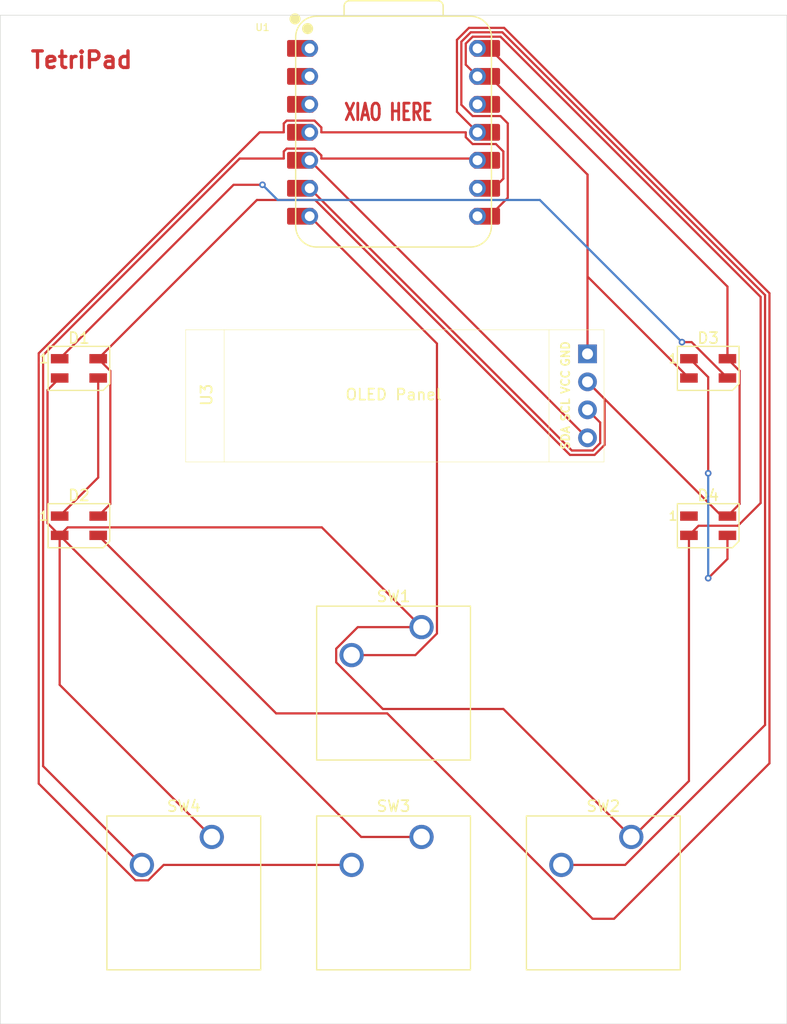
<source format=kicad_pcb>
(kicad_pcb (version 20241229) (generator "pcbnew") (generator_version "9.0")
  (layers (0 "F.Cu" signal) (2 "B.Cu" signal) (13 "F.Paste" user) (15 "B.Paste" user) (5 "F.SilkS" user "F.Silkscreen") (7 "B.SilkS" user "B.Silkscreen") (1 "F.Mask" user) (3 "B.Mask" user) (25 "Edge.Cuts" user))
  (net 0 "")
  (net 1 "Net-(D1-DIN)")
  (net 2 "Net-(D1-DOUT)")
  (net 3 "+5V")
  (net 4 "GND")
  (net 5 "Net-(D2-DIN)")
  (net 6 "Net-(D3-DOUT)")
  (net 8 "Net-(U1-GPIO0{slash}TX)")
  (net 9 "Net-(U1-GPIO1{slash}RX)")
  (net 10 "Net-(U1-GPIO2{slash}SCK)")
  (net 11 "Net-(U1-GPIO4{slash}MISO)")
  (net 12 "Net-(U1-GPIO6{slash}SDA)")
  (net 16 "Net-(U1-GPIO7{slash}SCL)")
  (footprint "LED_SMD:LED_SK6812MINI_PLCC4_3.5x3.5mm_P1.75mm" (layer "F.Cu") (at 92.86875 83.34375)
    (property "Reference" "D1" (at 0 -2.75 0) (layer "F.SilkS"))
    (property "Value" "SK6812MINI")
    (fp_line (start -2.8 -2) (end -2.8 2) (stroke (width 0.12)) (layer "F.SilkS"))
    (fp_line (start -2.8 -2) (end 2.8 -2) (stroke (width 0.12)) (layer "F.SilkS"))
    (fp_line (start -2.8 2) (end 2.2 2) (stroke (width 0.12)) (layer "F.SilkS"))
    (fp_line (start 2.8 1.4) (end 2.2 2) (stroke (width 0.12)) (layer "F.SilkS"))
    (fp_line (start 2.8 1.4) (end 2.8 -2) (stroke (width 0.12)) (layer "F.SilkS"))
    (fp_text user "1" (at -3.2 -0.875 0) (layer "F.SilkS") (effects (font (size 0.8 0.8))))
    (pad "1" smd rect (at -1.75 -0.875) (size 1.6 0.85) (layers "F.Cu" "F.Mask" "F.Paste") (net 2 "Net-(D1-DOUT)"))
    (pad "2" smd rect (at -1.75 0.875) (size 1.6 0.85) (layers "F.Cu" "F.Mask" "F.Paste") (net 4 "GND"))
    (pad "3" smd rect (at 1.75 0.875) (size 1.6 0.85) (layers "F.Cu" "F.Mask" "F.Paste") (net 1 "Net-(D1-DIN)"))
    (pad "4" smd rect (at 1.75 -0.875) (size 1.6 0.85) (layers "F.Cu" "F.Mask" "F.Paste") (net 3 "+5V"))
  )
  (footprint "LED_SMD:LED_SK6812MINI_PLCC4_3.5x3.5mm_P1.75mm" (layer "F.Cu") (at 150.01875 83.34375)
    (property "Reference" "D3" (at 0 -2.75 0) (layer "F.SilkS"))
    (property "Value" "SK6812MINI")
    (fp_line (start -2.8 -2) (end -2.8 2) (stroke (width 0.12)) (layer "F.SilkS"))
    (fp_line (start -2.8 -2) (end 2.8 -2) (stroke (width 0.12)) (layer "F.SilkS"))
    (fp_line (start -2.8 2) (end 2.2 2) (stroke (width 0.12)) (layer "F.SilkS"))
    (fp_line (start 2.8 1.4) (end 2.2 2) (stroke (width 0.12)) (layer "F.SilkS"))
    (fp_line (start 2.8 1.4) (end 2.8 -2) (stroke (width 0.12)) (layer "F.SilkS"))
    (fp_text user "1" (at -3.2 -0.875 0) (layer "F.SilkS") (effects (font (size 0.8 0.8))))
    (pad "1" smd rect (at -1.75 -0.875) (size 1.6 0.85) (layers "F.Cu" "F.Mask" "F.Paste") (net 6 "Net-(D3-DOUT)"))
    (pad "2" smd rect (at -1.75 0.875) (size 1.6 0.85) (layers "F.Cu" "F.Mask" "F.Paste") (net 4 "GND"))
    (pad "3" smd rect (at 1.75 0.875) (size 1.6 0.85) (layers "F.Cu" "F.Mask" "F.Paste") (net 2 "Net-(D1-DOUT)"))
    (pad "4" smd rect (at 1.75 -0.875) (size 1.6 0.85) (layers "F.Cu" "F.Mask" "F.Paste") (net 3 "+5V"))
  )
  (footprint "LED_SMD:LED_SK6812MINI_PLCC4_3.5x3.5mm_P1.75mm" (layer "F.Cu") (at 92.86875 97.63125)
    (property "Reference" "D2" (at 0 -2.75 0) (layer "F.SilkS"))
    (property "Value" "SK6812MINI")
    (fp_line (start -2.8 -2) (end -2.8 2) (stroke (width 0.12)) (layer "F.SilkS"))
    (fp_line (start -2.8 -2) (end 2.8 -2) (stroke (width 0.12)) (layer "F.SilkS"))
    (fp_line (start -2.8 2) (end 2.2 2) (stroke (width 0.12)) (layer "F.SilkS"))
    (fp_line (start 2.8 1.4) (end 2.2 2) (stroke (width 0.12)) (layer "F.SilkS"))
    (fp_line (start 2.8 1.4) (end 2.8 -2) (stroke (width 0.12)) (layer "F.SilkS"))
    (fp_text user "1" (at -3.2 -0.875 0) (layer "F.SilkS") (effects (font (size 0.8 0.8))))
    (pad "1" smd rect (at -1.75 -0.875) (size 1.6 0.85) (layers "F.Cu" "F.Mask" "F.Paste") (net 1 "Net-(D1-DIN)"))
    (pad "2" smd rect (at -1.75 0.875) (size 1.6 0.85) (layers "F.Cu" "F.Mask" "F.Paste") (net 4 "GND"))
    (pad "3" smd rect (at 1.75 0.875) (size 1.6 0.85) (layers "F.Cu" "F.Mask" "F.Paste") (net 5 "Net-(D2-DIN)"))
    (pad "4" smd rect (at 1.75 -0.875) (size 1.6 0.85) (layers "F.Cu" "F.Mask" "F.Paste") (net 3 "+5V"))
  )
  (footprint "OLED:SSD1306-0.91-OLED-4pin-128x32" (layer "F.Cu") (at 102.55875 79.84)
    (property "Reference" "U3" (at 1.9 5.91 90) (layer "F.SilkS"))
    (property "Value" "~")
    (fp_line (start 0 0) (end 0 12) (stroke (width 0.04)) (layer "F.SilkS"))
    (fp_line (start 0 12) (end 38 12) (stroke (width 0.04)) (layer "F.SilkS"))
    (fp_line (start 3.5 0) (end 3.5 12) (stroke (width 0.04)) (layer "F.SilkS"))
    (fp_line (start 33 0) (end 33 12) (stroke (width 0.04)) (layer "F.SilkS"))
    (fp_line (start 38 0) (end 0 0) (stroke (width 0.04)) (layer "F.SilkS"))
    (fp_line (start 38 12) (end 38 0) (stroke (width 0.04)) (layer "F.SilkS"))
    (fp_text user "OLED Panel" (at 18.885 5.885 0) (layer "F.SilkS"))
    (fp_text user "SCL" (at 34.5 7.27 270) (layer "F.SilkS") (effects (font (size 0.75 0.75))))
    (fp_text user "SDA" (at 34.5 9.81 270) (layer "F.SilkS") (effects (font (size 0.75 0.75))))
    (fp_text user "GND" (at 34.5 2.19 270) (layer "F.SilkS") (effects (font (size 0.75 0.75))))
    (fp_text user "VCC" (at 34.5 4.73 270) (layer "F.SilkS") (effects (font (size 0.75 0.75))))
    (pad "1" thru_hole rect (at 36.5 2.19) (size 1.7 1.7) (drill 1) (layers "*.Cu" "*.Mask") (net 4 "GND"))
    (pad "2" thru_hole oval (at 36.5 4.73) (size 1.7 1.7) (drill 1) (layers "*.Cu" "*.Mask") (net 3 "+5V"))
    (pad "3" thru_hole oval (at 36.5 7.27) (size 1.7 1.7) (drill 1) (layers "*.Cu" "*.Mask") (net 16 "Net-(U1-GPIO7{slash}SCL)"))
    (pad "4" thru_hole oval (at 36.5 9.81) (size 1.7 1.7) (drill 1) (layers "*.Cu" "*.Mask") (net 12 "Net-(U1-GPIO6{slash}SDA)"))
  )
  (footprint "Button_Switch_Keyboard:SW_Cherry_MX_1.00u_PCB" (layer "F.Cu") (at 123.98375 106.83875)
    (property "Reference" "SW1" (at -2.54 -2.794 0) (layer "F.SilkS"))
    (property "Value" "SW_Push")
    (fp_line (start -9.525 -1.905) (end 4.445 -1.905) (stroke (width 0.12)) (layer "F.SilkS"))
    (fp_line (start -9.525 12.065) (end -9.525 -1.905) (stroke (width 0.12)) (layer "F.SilkS"))
    (fp_line (start 4.445 -1.905) (end 4.445 12.065) (stroke (width 0.12)) (layer "F.SilkS"))
    (fp_line (start 4.445 12.065) (end -9.525 12.065) (stroke (width 0.12)) (layer "F.SilkS"))
    (pad "" np_thru_hole circle (at -7.62 5.08) (size 1.7 1.7) (drill 1.7) (layers "*.Cu" "*.Mask"))
    (pad "" np_thru_hole circle (at -2.54 5.08) (size 4 4) (drill 4) (layers "*.Cu" "*.Mask"))
    (pad "" np_thru_hole circle (at 2.54 5.08) (size 1.7 1.7) (drill 1.7) (layers "*.Cu" "*.Mask"))
    (pad "1" thru_hole circle (at 0 0) (size 2.2 2.2) (drill 1.5) (layers "*.Cu" "*.Mask") (net 4 "GND"))
    (pad "2" thru_hole circle (at -6.35 2.54) (size 2.2 2.2) (drill 1.5) (layers "*.Cu" "*.Mask") (net 8 "Net-(U1-GPIO0{slash}TX)"))
  )
  (footprint "Button_Switch_Keyboard:SW_Cherry_MX_1.00u_PCB" (layer "F.Cu") (at 104.93375 125.88875)
    (property "Reference" "SW4" (at -2.54 -2.794 0) (layer "F.SilkS"))
    (property "Value" "SW_Push")
    (fp_line (start -9.525 -1.905) (end 4.445 -1.905) (stroke (width 0.12)) (layer "F.SilkS"))
    (fp_line (start -9.525 12.065) (end -9.525 -1.905) (stroke (width 0.12)) (layer "F.SilkS"))
    (fp_line (start 4.445 -1.905) (end 4.445 12.065) (stroke (width 0.12)) (layer "F.SilkS"))
    (fp_line (start 4.445 12.065) (end -9.525 12.065) (stroke (width 0.12)) (layer "F.SilkS"))
    (pad "" np_thru_hole circle (at -7.62 5.08) (size 1.7 1.7) (drill 1.7) (layers "*.Cu" "*.Mask"))
    (pad "" np_thru_hole circle (at -2.54 5.08) (size 4 4) (drill 4) (layers "*.Cu" "*.Mask"))
    (pad "" np_thru_hole circle (at 2.54 5.08) (size 1.7 1.7) (drill 1.7) (layers "*.Cu" "*.Mask"))
    (pad "1" thru_hole circle (at 0 0) (size 2.2 2.2) (drill 1.5) (layers "*.Cu" "*.Mask") (net 4 "GND"))
    (pad "2" thru_hole circle (at -6.35 2.54) (size 2.2 2.2) (drill 1.5) (layers "*.Cu" "*.Mask") (net 11 "Net-(U1-GPIO4{slash}MISO)"))
  )
  (footprint "Button_Switch_Keyboard:SW_Cherry_MX_1.00u_PCB" (layer "F.Cu") (at 143.03375 125.88875)
    (property "Reference" "SW2" (at -2.54 -2.794 0) (layer "F.SilkS"))
    (property "Value" "SW_Push")
    (fp_line (start -9.525 -1.905) (end 4.445 -1.905) (stroke (width 0.12)) (layer "F.SilkS"))
    (fp_line (start -9.525 12.065) (end -9.525 -1.905) (stroke (width 0.12)) (layer "F.SilkS"))
    (fp_line (start 4.445 -1.905) (end 4.445 12.065) (stroke (width 0.12)) (layer "F.SilkS"))
    (fp_line (start 4.445 12.065) (end -9.525 12.065) (stroke (width 0.12)) (layer "F.SilkS"))
    (pad "" np_thru_hole circle (at -7.62 5.08) (size 1.7 1.7) (drill 1.7) (layers "*.Cu" "*.Mask"))
    (pad "" np_thru_hole circle (at -2.54 5.08) (size 4 4) (drill 4) (layers "*.Cu" "*.Mask"))
    (pad "" np_thru_hole circle (at 2.54 5.08) (size 1.7 1.7) (drill 1.7) (layers "*.Cu" "*.Mask"))
    (pad "1" thru_hole circle (at 0 0) (size 2.2 2.2) (drill 1.5) (layers "*.Cu" "*.Mask") (net 4 "GND"))
    (pad "2" thru_hole circle (at -6.35 2.54) (size 2.2 2.2) (drill 1.5) (layers "*.Cu" "*.Mask") (net 9 "Net-(U1-GPIO1{slash}RX)"))
  )
  (footprint "Button_Switch_Keyboard:SW_Cherry_MX_1.00u_PCB" (layer "F.Cu") (at 123.98375 125.88875)
    (property "Reference" "SW3" (at -2.54 -2.794 0) (layer "F.SilkS"))
    (property "Value" "SW_Push")
    (fp_line (start -9.525 -1.905) (end 4.445 -1.905) (stroke (width 0.12)) (layer "F.SilkS"))
    (fp_line (start -9.525 12.065) (end -9.525 -1.905) (stroke (width 0.12)) (layer "F.SilkS"))
    (fp_line (start 4.445 -1.905) (end 4.445 12.065) (stroke (width 0.12)) (layer "F.SilkS"))
    (fp_line (start 4.445 12.065) (end -9.525 12.065) (stroke (width 0.12)) (layer "F.SilkS"))
    (pad "" np_thru_hole circle (at -7.62 5.08) (size 1.7 1.7) (drill 1.7) (layers "*.Cu" "*.Mask"))
    (pad "" np_thru_hole circle (at -2.54 5.08) (size 4 4) (drill 4) (layers "*.Cu" "*.Mask"))
    (pad "" np_thru_hole circle (at 2.54 5.08) (size 1.7 1.7) (drill 1.7) (layers "*.Cu" "*.Mask"))
    (pad "1" thru_hole circle (at 0 0) (size 2.2 2.2) (drill 1.5) (layers "*.Cu" "*.Mask") (net 4 "GND"))
    (pad "2" thru_hole circle (at -6.35 2.54) (size 2.2 2.2) (drill 1.5) (layers "*.Cu" "*.Mask") (net 10 "Net-(U1-GPIO2{slash}SCK)"))
  )
  (footprint "OPL:XIAO-RP2040-DIP" (layer "F.Cu") (at 121.44375 61.9125)
    (property "Reference" "U1" (at -11.90625 -9.525 0) (layer "F.SilkS") (effects (font (size 0.635 0.635) (thickness 0.1016))))
    (property "Value" "XIAO-RP2040-DIP")
    (fp_line (start -8.89 8.509) (end -8.89 -8.636) (stroke (width 0.127)) (layer "F.SilkS"))
    (fp_line (start -6.985 10.414) (end 6.985 10.414) (stroke (width 0.127)) (layer "F.SilkS"))
    (fp_line (start -4.495 -10.541) (end -4.491272 -11.451272) (stroke (width 0.127)) (layer "F.SilkS"))
    (fp_line (start -3.991272 -11.951) (end 4.004 -11.951) (stroke (width 0.127)) (layer "F.SilkS"))
    (fp_line (start 4.504 -11.451) (end 4.504 -10.541) (stroke (width 0.127)) (layer "F.SilkS"))
    (fp_line (start 6.985 -10.541) (end -6.985 -10.541) (stroke (width 0.1)) (layer "F.SilkS"))
    (fp_line (start 6.985 -10.541) (end -6.985 -10.541) (stroke (width 0.127)) (layer "F.SilkS"))
    (fp_line (start 8.89 8.509) (end 8.89 -8.636) (stroke (width 0.127)) (layer "F.SilkS"))
    (fp_arc (start -8.89 -8.636) (mid -8.332038 -9.983038) (end -6.985 -10.541) (stroke (width 0.127)) (layer "F.SilkS"))
    (fp_arc (start -6.985 10.414) (mid -8.332038 9.856038) (end -8.89 8.509) (stroke (width 0.127)) (layer "F.SilkS"))
    (fp_arc (start -4.491272 -11.451272) (mid -4.344728 -11.80464) (end -3.991272 -11.951) (stroke (width 0.127)) (layer "F.SilkS"))
    (fp_arc (start 4.004 -11.951) (mid 4.357553 -11.804553) (end 4.504 -11.451) (stroke (width 0.127)) (layer "F.SilkS"))
    (fp_arc (start 6.985 -10.541) (mid 8.332038 -9.983038) (end 8.89 -8.636) (stroke (width 0.127)) (layer "F.SilkS"))
    (fp_arc (start 8.89 8.509) (mid 8.332038 9.856038) (end 6.985 10.414) (stroke (width 0.127)) (layer "F.SilkS"))
    (fp_circle (center -8.95 -10.3) (end -8.95 -10.554) (stroke (width 0.5)) (fill yes) (layer "F.SilkS"))
    (fp_circle (center -7.807 -9.42) (end -7.807 -9.674) (stroke (width 0.5)) (fill yes) (layer "F.SilkS"))
    (pad "1" smd roundrect (at -8.455 -7.62 180) (size 2.432 1.524) (layers "F.Cu" "F.Mask") (roundrect_rratio 0.1))
    (pad "1" thru_hole circle (at -7.62 -7.62 180) (size 1.524 1.524) (drill 0.889) (layers "*.Cu" "*.Mask"))
    (pad "2" smd roundrect (at -8.455 -5.08 180) (size 2.432 1.524) (layers "F.Cu" "F.Mask") (roundrect_rratio 0.1))
    (pad "2" thru_hole circle (at -7.62 -5.08 180) (size 1.524 1.524) (drill 0.889) (layers "*.Cu" "*.Mask"))
    (pad "3" smd roundrect (at -8.455 -2.54 180) (size 2.432 1.524) (layers "F.Cu" "F.Mask") (roundrect_rratio 0.1))
    (pad "3" thru_hole circle (at -7.62 -2.54 180) (size 1.524 1.524) (drill 0.889) (layers "*.Cu" "*.Mask"))
    (pad "4" smd roundrect (at -8.455 0 180) (size 2.432 1.524) (layers "F.Cu" "F.Mask") (roundrect_rratio 0.1))
    (pad "4" thru_hole circle (at -7.62 0 180) (size 1.524 1.524) (drill 0.889) (layers "*.Cu" "*.Mask"))
    (pad "5" smd roundrect (at -8.455 2.54 180) (size 2.432 1.524) (layers "F.Cu" "F.Mask") (roundrect_rratio 0.1) (net 12 "Net-(U1-GPIO6{slash}SDA)"))
    (pad "5" thru_hole circle (at -7.62 2.54 180) (size 1.524 1.524) (drill 0.889) (layers "*.Cu" "*.Mask") (net 12 "Net-(U1-GPIO6{slash}SDA)"))
    (pad "6" smd roundrect (at -8.455 5.08 180) (size 2.432 1.524) (layers "F.Cu" "F.Mask") (roundrect_rratio 0.1) (net 16 "Net-(U1-GPIO7{slash}SCL)"))
    (pad "6" thru_hole circle (at -7.62 5.08 180) (size 1.524 1.524) (drill 0.889) (layers "*.Cu" "*.Mask") (net 16 "Net-(U1-GPIO7{slash}SCL)"))
    (pad "7" smd roundrect (at -8.455 7.62 180) (size 2.432 1.524) (layers "F.Cu" "F.Mask") (roundrect_rratio 0.1) (net 8 "Net-(U1-GPIO0{slash}TX)"))
    (pad "7" thru_hole circle (at -7.62 7.62 180) (size 1.524 1.524) (drill 0.889) (layers "*.Cu" "*.Mask") (net 8 "Net-(U1-GPIO0{slash}TX)"))
    (pad "8" thru_hole circle (at 7.62 7.62) (size 1.524 1.524) (drill 0.889) (layers "*.Cu" "*.Mask") (net 9 "Net-(U1-GPIO1{slash}RX)"))
    (pad "8" smd roundrect (at 8.455 7.62) (size 2.432 1.524) (layers "F.Cu" "F.Mask") (roundrect_rratio 0.1) (net 9 "Net-(U1-GPIO1{slash}RX)"))
    (pad "9" thru_hole circle (at 7.62 5.08) (size 1.524 1.524) (drill 0.889) (layers "*.Cu" "*.Mask") (net 10 "Net-(U1-GPIO2{slash}SCK)"))
    (pad "9" smd roundrect (at 8.455 5.08) (size 2.432 1.524) (layers "F.Cu" "F.Mask") (roundrect_rratio 0.1) (net 10 "Net-(U1-GPIO2{slash}SCK)"))
    (pad "10" thru_hole circle (at 7.62 2.54) (size 1.524 1.524) (drill 0.889) (layers "*.Cu" "*.Mask") (net 11 "Net-(U1-GPIO4{slash}MISO)"))
    (pad "10" smd roundrect (at 8.455 2.54) (size 2.432 1.524) (layers "F.Cu" "F.Mask") (roundrect_rratio 0.1) (net 11 "Net-(U1-GPIO4{slash}MISO)"))
    (pad "11" thru_hole circle (at 7.62 0) (size 1.524 1.524) (drill 0.889) (layers "*.Cu" "*.Mask") (net 5 "Net-(D2-DIN)"))
    (pad "11" smd roundrect (at 8.455 0) (size 2.432 1.524) (layers "F.Cu" "F.Mask") (roundrect_rratio 0.1) (net 5 "Net-(D2-DIN)"))
    (pad "12" thru_hole circle (at 7.62 -2.54) (size 1.524 1.524) (drill 0.889) (layers "*.Cu" "*.Mask"))
    (pad "12" smd roundrect (at 8.455 -2.54) (size 2.432 1.524) (layers "F.Cu" "F.Mask") (roundrect_rratio 0.1))
    (pad "13" thru_hole circle (at 7.62 -5.08) (size 1.524 1.524) (drill 0.889) (layers "*.Cu" "*.Mask") (net 4 "GND"))
    (pad "13" smd roundrect (at 8.455 -5.08) (size 2.432 1.524) (layers "F.Cu" "F.Mask") (roundrect_rratio 0.1) (net 4 "GND"))
    (pad "14" thru_hole circle (at 7.62 -7.62) (size 1.524 1.524) (drill 0.889) (layers "*.Cu" "*.Mask") (net 3 "+5V"))
    (pad "14" smd roundrect (at 8.455 -7.62) (size 2.432 1.524) (layers "F.Cu" "F.Mask") (roundrect_rratio 0.1) (net 3 "+5V"))
  )
  (footprint "LED_SMD:LED_SK6812MINI_PLCC4_3.5x3.5mm_P1.75mm" (layer "F.Cu") (at 150.01875 97.63125)
    (property "Reference" "D4" (at 0 -2.75 0) (layer "F.SilkS"))
    (property "Value" "SK6812MINI")
    (fp_line (start -2.8 -2) (end -2.8 2) (stroke (width 0.12)) (layer "F.SilkS"))
    (fp_line (start -2.8 -2) (end 2.8 -2) (stroke (width 0.12)) (layer "F.SilkS"))
    (fp_line (start -2.8 2) (end 2.2 2) (stroke (width 0.12)) (layer "F.SilkS"))
    (fp_line (start 2.8 1.4) (end 2.2 2) (stroke (width 0.12)) (layer "F.SilkS"))
    (fp_line (start 2.8 1.4) (end 2.8 -2) (stroke (width 0.12)) (layer "F.SilkS"))
    (fp_text user "1" (at -3.2 -0.875 0) (layer "F.SilkS") (effects (font (size 0.8 0.8))))
    (pad "1" smd rect (at -1.75 -0.875) (size 1.6 0.85) (layers "F.Cu" "F.Mask" "F.Paste"))
    (pad "2" smd rect (at -1.75 0.875) (size 1.6 0.85) (layers "F.Cu" "F.Mask" "F.Paste") (net 4 "GND"))
    (pad "3" smd rect (at 1.75 0.875) (size 1.6 0.85) (layers "F.Cu" "F.Mask" "F.Paste") (net 6 "Net-(D3-DOUT)"))
    (pad "4" smd rect (at 1.75 -0.875) (size 1.6 0.85) (layers "F.Cu" "F.Mask" "F.Paste") (net 3 "+5V"))
  )
  (gr_rect (start 85.725 51.28) (end 157.1625 142.86875) (stroke (width 0.05)) (fill no) (layer "Edge.Cuts"))
  (gr_text "TetriPad" (at 88.34 56.22 0) (layer "F.Cu") (effects (font (size 1.5 1.5) (thickness 0.3) (bold yes)) (justify left bottom)))
  (gr_text "XIAO HERE" (at 116.84 60.96 0) (layer "F.Cu") (effects (font (size 1.5 1) (thickness 0.25) (bold yes)) (justify left bottom)))
  (segment (start 94.61875 93.25625) (end 91.11875 96.75625) (width 0.2) (layer "F.Cu") (net 1))
  (segment (start 94.61875 84.21875) (end 94.61875 93.25625) (width 0.2) (layer "F.Cu") (net 1))
  (segment (start 91.11875 82.46875) (end 106.9125 66.675) (width 0.2) (layer "F.Cu") (net 2))
  (segment (start 147.6375 80.9625) (end 148.5125 80.9625) (width 0.2) (layer "F.Cu") (net 2))
  (segment (start 106.9125 66.675) (end 109.5375 66.675) (width 0.2) (layer "F.Cu") (net 2))
  (segment (start 148.5125 80.9625) (end 151.76875 84.21875) (width 0.2) (layer "F.Cu") (net 2))
  (via (at 147.6375 80.9625) (size 0.6) (drill 0.3) (layers "F.Cu" "B.Cu") (net 2))
  (via (at 109.5375 66.675) (size 0.6) (drill 0.3) (layers "F.Cu" "B.Cu") (net 2))
  (segment (start 134.7305 68.0555) (end 147.6375 80.9625) (width 0.2) (layer "B.Cu") (net 2))
  (segment (start 110.918 68.0555) (end 134.7305 68.0555) (width 0.2) (layer "B.Cu") (net 2))
  (segment (start 109.5375 66.675) (end 110.918 68.0555) (width 0.2) (layer "B.Cu") (net 2))
  (segment (start 152.86975 83.56975) (end 152.86975 95.65525) (width 0.2) (layer "F.Cu") (net 3))
  (segment (start 94.61875 82.46875) (end 95.71975 83.56975) (width 0.2) (layer "F.Cu") (net 3))
  (segment (start 151.76875 96.75625) (end 151.245 96.75625) (width 0.2) (layer "F.Cu") (net 3))
  (segment (start 137.46615 91.202) (end 139.70161 91.202) (width 0.2) (layer "F.Cu") (net 3))
  (segment (start 151.76875 82.46875) (end 152.86975 83.56975) (width 0.2) (layer "F.Cu") (net 3))
  (segment (start 140.61075 90.29286) (end 140.61075 86.122) (width 0.2) (layer "F.Cu") (net 3))
  (segment (start 95.71975 83.56975) (end 95.71975 95.65525) (width 0.2) (layer "F.Cu") (net 3))
  (segment (start 151.245 96.75625) (end 139.05875 84.57) (width 0.2) (layer "F.Cu") (net 3))
  (segment (start 114.31965 68.0555) (end 137.46615 91.202) (width 0.2) (layer "F.Cu") (net 3))
  (segment (start 129.06375 54.2925) (end 130.14138 54.2925) (width 0.2) (layer "F.Cu") (net 3))
  (segment (start 152.86975 95.65525) (end 151.76875 96.75625) (width 0.2) (layer "F.Cu") (net 3))
  (segment (start 109.032 68.0555) (end 114.31965 68.0555) (width 0.2) (layer "F.Cu") (net 3))
  (segment (start 94.61875 82.46875) (end 109.032 68.0555) (width 0.2) (layer "F.Cu") (net 3))
  (segment (start 95.71975 95.65525) (end 94.61875 96.75625) (width 0.2) (layer "F.Cu") (net 3))
  (segment (start 151.76875 75.91987) (end 151.76875 82.46875) (width 0.2) (layer "F.Cu") (net 3))
  (segment (start 130.14138 54.2925) (end 151.76875 75.91987) (width 0.2) (layer "F.Cu") (net 3))
  (segment (start 140.61075 86.122) (end 139.05875 84.57) (width 0.2) (layer "F.Cu") (net 3))
  (segment (start 139.70161 91.202) (end 140.61075 90.29286) (width 0.2) (layer "F.Cu") (net 3))
  (segment (start 91.11875 98.50625) (end 91.11875 112.07375) (width 0.2) (layer "F.Cu") (net 4))
  (segment (start 91.11875 112.07375) (end 104.93375 125.88875) (width 0.2) (layer "F.Cu") (net 4))
  (segment (start 139.05875 65.74987) (end 139.05875 75.00875) (width 0.2) (layer "F.Cu") (net 4))
  (segment (start 91.11875 84.21875) (end 90.01775 85.31975) (width 0.2) (layer "F.Cu") (net 4))
  (segment (start 143.1925 125.88875) (end 143.03375 125.88875) (width 0.2) (layer "F.Cu") (net 4))
  (segment (start 116.23275 108.798436) (end 118.192436 106.83875) (width 0.2) (layer "F.Cu") (net 4))
  (segment (start 130.14138 56.8325) (end 139.05875 65.74987) (width 0.2) (layer "F.Cu") (net 4))
  (segment (start 139.05875 65.74987) (end 139.05875 82.03) (width 0.2) (layer "F.Cu") (net 4))
  (segment (start 114.92525 97.78025) (end 91.84475 97.78025) (width 0.2) (layer "F.Cu") (net 4))
  (segment (start 154.78125 76.856374) (end 154.78125 95.57075) (width 0.2) (layer "F.Cu") (net 4))
  (segment (start 139.05875 75.00875) (end 148.26875 84.21875) (width 0.2) (layer "F.Cu") (net 4))
  (segment (start 91.84475 97.78025) (end 91.11875 98.50625) (width 0.2) (layer "F.Cu") (net 4))
  (segment (start 90.01775 97.40525) (end 91.11875 98.50625) (width 0.2) (layer "F.Cu") (net 4))
  (segment (start 148.26875 98.50625) (end 148.26875 120.8125) (width 0.2) (layer "F.Cu") (net 4))
  (segment (start 152.72075 97.63125) (end 149.14375 97.63125) (width 0.2) (layer "F.Cu") (net 4))
  (segment (start 91.11875 98.50625) (end 118.50125 125.88875) (width 0.2) (layer "F.Cu") (net 4))
  (segment (start 118.50125 125.88875) (end 123.98375 125.88875) (width 0.2) (layer "F.Cu") (net 4))
  (segment (start 90.01775 85.31975) (end 90.01775 97.40525) (width 0.2) (layer "F.Cu") (net 4))
  (segment (start 139.05875 82.03) (end 138.7715 81.74275) (width 0.2) (layer "F.Cu") (net 4))
  (segment (start 128.00075 53.85219) (end 128.62344 53.2295) (width 0.2) (layer "F.Cu") (net 4))
  (segment (start 116.23275 110.032566) (end 116.23275 108.798436) (width 0.2) (layer "F.Cu") (net 4))
  (segment (start 129.06375 56.8325) (end 128.00075 55.7695) (width 0.2) (layer "F.Cu") (net 4))
  (segment (start 123.98375 106.83875) (end 114.92525 97.78025) (width 0.2) (layer "F.Cu") (net 4))
  (segment (start 143.03375 125.88875) (end 131.41475 114.26975) (width 0.2) (layer "F.Cu") (net 4))
  (segment (start 128.62344 53.2295) (end 131.154376 53.2295) (width 0.2) (layer "F.Cu") (net 4))
  (segment (start 129.06375 56.8325) (end 130.14138 56.8325) (width 0.2) (layer "F.Cu") (net 4))
  (segment (start 131.41475 114.26975) (end 120.469934 114.26975) (width 0.2) (layer "F.Cu") (net 4))
  (segment (start 149.14375 97.63125) (end 148.26875 98.50625) (width 0.2) (layer "F.Cu") (net 4))
  (segment (start 118.192436 106.83875) (end 123.98375 106.83875) (width 0.2) (layer "F.Cu") (net 4))
  (segment (start 128.00075 55.7695) (end 128.00075 53.85219) (width 0.2) (layer "F.Cu") (net 4))
  (segment (start 148.26875 120.8125) (end 143.1925 125.88875) (width 0.2) (layer "F.Cu") (net 4))
  (segment (start 131.154376 53.2295) (end 154.78125 76.856374) (width 0.2) (layer "F.Cu") (net 4))
  (segment (start 154.78125 95.57075) (end 152.72075 97.63125) (width 0.2) (layer "F.Cu") (net 4))
  (segment (start 120.469934 114.26975) (end 116.23275 110.032566) (width 0.2) (layer "F.Cu") (net 4))
  (segment (start 139.519934 133.31975) (end 141.467566 133.31975) (width 0.2) (layer "F.Cu") (net 5))
  (segment (start 94.61875 98.50625) (end 110.78325 114.67075) (width 0.2) (layer "F.Cu") (net 5))
  (segment (start 131.486576 52.4275) (end 128.29124 52.4275) (width 0.2) (layer "F.Cu") (net 5))
  (segment (start 155.58325 119.204066) (end 155.58325 76.524174) (width 0.2) (layer "F.Cu") (net 5))
  (segment (start 128.29124 52.4275) (end 127.19875 53.51999) (width 0.2) (layer "F.Cu") (net 5))
  (segment (start 120.870934 114.67075) (end 139.519934 133.31975) (width 0.2) (layer "F.Cu") (net 5))
  (segment (start 110.78325 114.67075) (end 120.870934 114.67075) (width 0.2) (layer "F.Cu") (net 5))
  (segment (start 155.58325 76.524174) (end 131.486576 52.4275) (width 0.2) (layer "F.Cu") (net 5))
  (segment (start 127.19875 53.51999) (end 127.19875 60.0475) (width 0.2) (layer "F.Cu") (net 5))
  (segment (start 141.467566 133.31975) (end 155.58325 119.204066) (width 0.2) (layer "F.Cu") (net 5))
  (segment (start 127.19875 60.0475) (end 129.06375 61.9125) (width 0.2) (layer "F.Cu") (net 5))
  (segment (start 148.34575 82.46875) (end 150.01875 84.14175) (width 0.2) (layer "F.Cu") (net 6))
  (segment (start 148.26875 82.46875) (end 148.34575 82.46875) (width 0.2) (layer "F.Cu") (net 6))
  (segment (start 150.01875 102.39375) (end 151.76875 100.64375) (width 0.2) (layer "F.Cu") (net 6))
  (segment (start 150.01875 84.14175) (end 150.01875 92.86875) (width 0.2) (layer "F.Cu") (net 6))
  (segment (start 151.76875 100.64375) (end 151.76875 98.50625) (width 0.2) (layer "F.Cu") (net 6))
  (via (at 150.01875 102.39375) (size 0.6) (drill 0.3) (layers "F.Cu" "B.Cu") (net 6))
  (via (at 150.01875 92.86875) (size 0.6) (drill 0.3) (layers "F.Cu" "B.Cu") (net 6))
  (segment (start 150.01875 92.86875) (end 150.01875 102.39375) (width 0.2) (layer "B.Cu") (net 6))
  (segment (start 125.38475 107.419064) (end 125.38475 81.0935) (width 0.2) (layer "F.Cu") (net 8))
  (segment (start 125.38475 81.0935) (end 113.82375 69.5325) (width 0.2) (layer "F.Cu") (net 8))
  (segment (start 123.425064 109.37875) (end 125.38475 107.419064) (width 0.2) (layer "F.Cu") (net 8))
  (segment (start 117.63375 109.37875) (end 123.425064 109.37875) (width 0.2) (layer "F.Cu") (net 8))
  (segment (start 128.45734 52.8285) (end 127.59975 53.68609) (width 0.2) (layer "F.Cu") (net 9))
  (segment (start 131.81675 61.097874) (end 131.81675 67.85713) (width 0.2) (layer "F.Cu") (net 9))
  (segment (start 128.62344 60.4355) (end 131.154376 60.4355) (width 0.2) (layer "F.Cu") (net 9))
  (segment (start 131.320476 52.8285) (end 128.45734 52.8285) (width 0.2) (layer "F.Cu") (net 9))
  (segment (start 131.81675 67.85713) (end 130.14138 69.5325) (width 0.2) (layer "F.Cu") (net 9))
  (segment (start 127.59975 59.41181) (end 128.62344 60.4355) (width 0.2) (layer "F.Cu") (net 9))
  (segment (start 155.18225 76.690274) (end 131.320476 52.8285) (width 0.2) (layer "F.Cu") (net 9))
  (segment (start 136.68375 128.42875) (end 142.475064 128.42875) (width 0.2) (layer "F.Cu") (net 9))
  (segment (start 155.18225 115.721564) (end 155.18225 76.690274) (width 0.2) (layer "F.Cu") (net 9))
  (segment (start 127.59975 53.68609) (end 127.59975 59.41181) (width 0.2) (layer "F.Cu") (net 9))
  (segment (start 131.154376 60.4355) (end 131.81675 61.097874) (width 0.2) (layer "F.Cu") (net 9))
  (segment (start 130.14138 69.5325) (end 129.06375 69.5325) (width 0.2) (layer "F.Cu") (net 9))
  (segment (start 142.475064 128.42875) (end 155.18225 115.721564) (width 0.2) (layer "F.Cu") (net 9))
  (segment (start 89.21575 81.97765) (end 109.2809 61.9125) (width 0.2) (layer "F.Cu") (net 10))
  (segment (start 99.164064 129.82975) (end 98.003436 129.82975) (width 0.2) (layer "F.Cu") (net 10))
  (segment (start 114.26406 60.8495) (end 114.88675 61.47219) (width 0.2) (layer "F.Cu") (net 10))
  (segment (start 130.740376 62.9755) (end 131.41575 63.650874) (width 0.2) (layer "F.Cu") (net 10))
  (segment (start 111.733124 60.8495) (end 114.26406 60.8495) (width 0.2) (layer "F.Cu") (net 10))
  (segment (start 131.41575 63.650874) (end 131.41575 66.1175) (width 0.2) (layer "F.Cu") (net 10))
  (segment (start 128.00075 62.35281) (end 128.62344 62.9755) (width 0.2) (layer "F.Cu") (net 10))
  (segment (start 111.47175 61.110874) (end 111.733124 60.8495) (width 0.2) (layer "F.Cu") (net 10))
  (segment (start 89.21575 121.042064) (end 89.21575 81.97765) (width 0.2) (layer "F.Cu") (net 10))
  (segment (start 130.54075 66.9925) (end 129.06375 66.9925) (width 0.2) (layer "F.Cu") (net 10))
  (segment (start 109.2809 61.9125) (end 111.47175 61.9125) (width 0.2) (layer "F.Cu") (net 10))
  (segment (start 111.47175 61.9125) (end 111.47175 61.110874) (width 0.2) (layer "F.Cu") (net 10))
  (segment (start 100.565064 128.42875) (end 99.164064 129.82975) (width 0.2) (layer "F.Cu") (net 10))
  (segment (start 114.88675 61.9125) (end 128.00075 61.9125) (width 0.2) (layer "F.Cu") (net 10))
  (segment (start 114.88675 61.47219) (end 114.88675 61.9125) (width 0.2) (layer "F.Cu") (net 10))
  (segment (start 117.63375 128.42875) (end 100.565064 128.42875) (width 0.2) (layer "F.Cu") (net 10))
  (segment (start 131.41575 66.1175) (end 130.54075 66.9925) (width 0.2) (layer "F.Cu") (net 10))
  (segment (start 128.62344 62.9755) (end 130.740376 62.9755) (width 0.2) (layer "F.Cu") (net 10))
  (segment (start 98.003436 129.82975) (end 89.21575 121.042064) (width 0.2) (layer "F.Cu") (net 10))
  (segment (start 128.00075 61.9125) (end 128.00075 62.35281) (width 0.2) (layer "F.Cu") (net 10))
  (segment (start 114.26406 63.3895) (end 114.88675 64.01219) (width 0.2) (layer "F.Cu") (net 11))
  (segment (start 89.61675 119.46175) (end 89.61675 82.14375) (width 0.2) (layer "F.Cu") (net 11))
  (segment (start 111.47175 63.650874) (end 111.733124 63.3895) (width 0.2) (layer "F.Cu") (net 11))
  (segment (start 111.733124 63.3895) (end 114.26406 63.3895) (width 0.2) (layer "F.Cu") (net 11))
  (segment (start 98.58375 128.42875) (end 89.61675 119.46175) (width 0.2) (layer "F.Cu") (net 11))
  (segment (start 89.61675 82.14375) (end 107.46675 64.29375) (width 0.2) (layer "F.Cu") (net 11))
  (segment (start 107.46675 64.29375) (end 111.47175 64.29375) (width 0.2) (layer "F.Cu") (net 11))
  (segment (start 114.88675 64.01219) (end 114.88675 64.29375) (width 0.2) (layer "F.Cu") (net 11))
  (segment (start 114.88675 64.29375) (end 128.905 64.29375) (width 0.2) (layer "F.Cu") (net 11))
  (segment (start 128.905 64.29375) (end 129.06375 64.4525) (width 0.2) (layer "F.Cu") (net 11))
  (segment (start 111.47175 64.29375) (end 111.47175 63.650874) (width 0.2) (layer "F.Cu") (net 11))
  (segment (start 139.02125 89.65) (end 139.05875 89.65) (width 0.2) (layer "F.Cu") (net 12))
  (segment (start 113.82375 64.4525) (end 139.02125 89.65) (width 0.2) (layer "F.Cu") (net 12))
  (segment (start 139.53551 90.801) (end 140.20975 90.12676) (width 0.2) (layer "F.Cu") (net 16))
  (segment (start 140.20975 90.12676) (end 140.20975 88.261) (width 0.2) (layer "F.Cu") (net 16))
  (segment (start 140.20975 88.261) (end 139.05875 87.11) (width 0.2) (layer "F.Cu") (net 16))
  (segment (start 137.63225 90.801) (end 139.53551 90.801) (width 0.2) (layer "F.Cu") (net 16))
  (segment (start 113.82375 66.9925) (end 137.63225 90.801) (width 0.2) (layer "F.Cu") (net 16))
)
</source>
